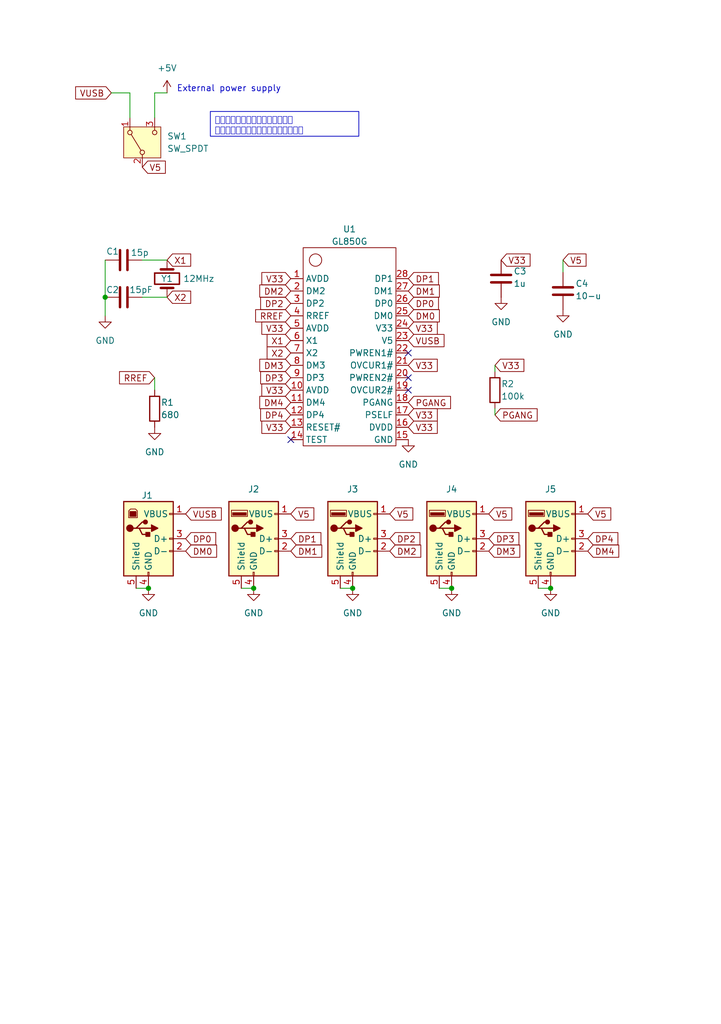
<source format=kicad_sch>
(kicad_sch (version 20250114) (generator "eeschema") (generator_version "9.0")
  (paper "A5" portrait)
  (lib_symbols
    (symbol "0Ore:GL850G"
      (property "Reference" "U" (at 0 0 0))
      (symbol "GL850G_0_1"
        (rectangle (start -10.16 41.91) (end 8.89 1.27))
        (circle (center -7.62 39.37) (radius 1.27))
      )
      (symbol "GL850G_1_1"
        (pin input line (at -12.7 35.56 0) (length 2.54) (name "AVDD") (number "1"))
        (pin input line (at -12.7 33.02 0) (length 2.54) (name "DM2") (number "2"))
        (pin input line (at -12.7 30.48 0) (length 2.54) (name "DP2") (number "3"))
        (pin input line (at -12.7 27.94 0) (length 2.54) (name "RREF") (number "4"))
        (pin input line (at -12.7 25.4 0) (length 2.54) (name "AVDD") (number "5"))
        (pin input line (at -12.7 22.86 0) (length 2.54) (name "X1") (number "6"))
        (pin input line (at -12.7 20.32 0) (length 2.54) (name "X2") (number "7"))
        (pin input line (at -12.7 17.78 0) (length 2.54) (name "DM3") (number "8"))
        (pin input line (at -12.7 15.24 0) (length 2.54) (name "DP3") (number "9"))
        (pin input line (at -12.7 12.7 0) (length 2.54) (name "AVDD") (number "10"))
        (pin input line (at -12.7 10.16 0) (length 2.54) (name "DM4") (number "11"))
        (pin input line (at -12.7 7.62 0) (length 2.54) (name "DP4") (number "12"))
        (pin input line (at -12.7 5.08 0) (length 2.54) (name "RESET#") (number "13"))
        (pin input line (at -12.7 2.54 0) (length 2.54) (name "TEST") (number "14"))
        (pin input line (at 11.43 35.56 180) (length 2.54) (name "DP1") (number "28"))
        (pin input line (at 11.43 33.02 180) (length 2.54) (name "DM1") (number "27"))
        (pin input line (at 11.43 30.48 180) (length 2.54) (name "DP0") (number "26"))
        (pin input line (at 11.43 27.94 180) (length 2.54) (name "DM0") (number "25"))
        (pin input line (at 11.43 25.4 180) (length 2.54) (name "V33") (number "24"))
        (pin input line (at 11.43 22.86 180) (length 2.54) (name "V5") (number "23"))
        (pin input line (at 11.43 20.32 180) (length 2.54) (name "PWREN1#") (number "22"))
        (pin input line (at 11.43 17.78 180) (length 2.54) (name "OVCUR1#") (number "21"))
        (pin input line (at 11.43 15.24 180) (length 2.54) (name "PWREN2#") (number "20"))
        (pin input line (at 11.43 12.7 180) (length 2.54) (name "OVCUR2#") (number "19"))
        (pin input line (at 11.43 10.16 180) (length 2.54) (name "PGANG") (number "18"))
        (pin input line (at 11.43 7.62 180) (length 2.54) (name "PSELF") (number "17"))
        (pin input line (at 11.43 5.08 180) (length 2.54) (name "DVDD") (number "16"))
        (pin input line (at 11.43 2.54 180) (length 2.54) (name "GND") (number "15"))
      )
    )
    (symbol "Connector:USB_A" (pin_names (offset 1.016))
      (property "Reference" "J" (at -5.08 11.43 0))
      (property "Value" "USB_A" (at -5.08 8.89 0))
      (symbol "USB_A_0_1"
        (rectangle (start -5.08 -7.62) (end 5.08 7.62) (stroke (width 0.254)) (fill (type background)))
        (circle (center -3.81 2.159) (radius 0.635) (stroke (width 0.254)) (fill (type outline)))
        (polyline (pts (xy -3.175 2.159) (xy -2.54 2.159) (xy -1.27 3.429) (xy -0.635 3.429)) (stroke (width 0.254)))
        (polyline (pts (xy -2.54 2.159) (xy -1.905 2.159) (xy -1.27 0.889) (xy 0 0.889)) (stroke (width 0.254)))
        (rectangle (start -1.524 4.826) (end -4.318 5.334) (fill (type outline)))
        (rectangle (start -1.27 4.572) (end -4.572 5.842))
        (circle (center -0.635 3.429) (radius 0.381) (stroke (width 0.254)) (fill (type outline)))
        (rectangle (start -0.127 -7.62) (end 0.127 -6.858))
        (rectangle (start 0.254 1.27) (end -0.508 0.508) (stroke (width 0.254)) (fill (type outline)))
        (polyline (pts (xy 0.635 2.794) (xy 0.635 1.524) (xy 1.905 2.159) (xy 0.635 2.794)) (stroke (width 0.254)) (fill (type outline)))
        (rectangle (start 5.08 4.953) (end 4.318 5.207))
        (rectangle (start 5.08 -0.127) (end 4.318 0.127))
        (rectangle (start 5.08 -2.667) (end 4.318 -2.413))
      )
      (symbol "USB_A_1_1"
        (polyline (pts (xy -1.905 2.159) (xy 0.635 2.159)) (stroke (width 0.254)))
        (pin passive line (at -2.54 -10.16 90) (length 2.54) (name "Shield") (number "5"))
        (pin power_in line (at 0 -10.16 90) (length 2.54) (name "GND") (number "4"))
        (pin power_in line (at 7.62 5.08 180) (length 2.54) (name "VBUS") (number "1"))
        (pin bidirectional line (at 7.62 0 180) (length 2.54) (name "D+") (number "3"))
        (pin bidirectional line (at 7.62 -2.54 180) (length 2.54) (name "D-") (number "2"))
      )
    )
    (symbol "Connector:USB_B" (pin_names (offset 1.016))
      (property "Reference" "J" (at -5.08 11.43 0))
      (property "Value" "USB_B" (at -5.08 8.89 0))
      (symbol "USB_B_0_1"
        (rectangle (start -5.08 -7.62) (end 5.08 7.62) (stroke (width 0.254)) (fill (type background)))
        (polyline (pts (xy -4.064 4.318) (xy -2.286 4.318) (xy -2.286 5.715) (xy -2.667 6.096) (xy -3.683 6.096) (xy -4.064 5.715) (xy -4.064 4.318)))
        (rectangle (start -3.81 5.588) (end -2.54 4.572) (fill (type outline)))
        (circle (center -3.81 2.159) (radius 0.635) (stroke (width 0.254)) (fill (type outline)))
        (polyline (pts (xy -3.175 2.159) (xy -2.54 2.159) (xy -1.27 3.429) (xy -0.635 3.429)) (stroke (width 0.254)))
        (polyline (pts (xy -2.54 2.159) (xy -1.905 2.159) (xy -1.27 0.889) (xy 0 0.889)) (stroke (width 0.254)))
        (polyline (pts (xy -1.905 2.159) (xy 0.635 2.159)) (stroke (width 0.254)))
        (circle (center -0.635 3.429) (radius 0.381) (stroke (width 0.254)) (fill (type outline)))
        (rectangle (start -0.127 -7.62) (end 0.127 -6.858))
        (rectangle (start 0.254 1.27) (end -0.508 0.508) (stroke (width 0.254)) (fill (type outline)))
        (polyline (pts (xy 0.635 2.794) (xy 0.635 1.524) (xy 1.905 2.159) (xy 0.635 2.794)) (stroke (width 0.254)) (fill (type outline)))
        (rectangle (start 5.08 4.953) (end 4.318 5.207))
        (rectangle (start 5.08 -0.127) (end 4.318 0.127))
        (rectangle (start 5.08 -2.667) (end 4.318 -2.413))
      )
      (symbol "USB_B_1_1"
        (pin passive line (at -2.54 -10.16 90) (length 2.54) (name "Shield") (number "5"))
        (pin power_out line (at 0 -10.16 90) (length 2.54) (name "GND") (number "4"))
        (pin power_out line (at 7.62 5.08 180) (length 2.54) (name "VBUS") (number "1"))
        (pin bidirectional line (at 7.62 0 180) (length 2.54) (name "D+") (number "3"))
        (pin bidirectional line (at 7.62 -2.54 180) (length 2.54) (name "D-") (number "2"))
      )
    )
    (symbol "Device:C" (pin_numbers (hide yes)) (pin_names (offset 0.254))
      (property "Reference" "C" (at 0.635 2.54 0))
      (property "Value" "C" (at 0.635 -2.54 0))
      (symbol "C_0_1"
        (polyline (pts (xy -2.032 0.762) (xy 2.032 0.762)) (stroke (width 0.508)))
        (polyline (pts (xy -2.032 -0.762) (xy 2.032 -0.762)) (stroke (width 0.508)))
      )
      (symbol "C_1_1"
        (pin passive line (at 0 3.81 270) (length 2.794) (name "~") (number "1"))
        (pin passive line (at 0 -3.81 90) (length 2.794) (name "~") (number "2"))
      )
    )
    (symbol "Device:Crystal" (pin_numbers (hide yes)) (pin_names (offset 1.016) (hide yes))
      (property "Reference" "Y" (at 0 3.81 0))
      (property "Value" "Crystal" (at 0 -3.81 0))
      (symbol "Crystal_0_1"
        (polyline (pts (xy -2.54 0) (xy -1.905 0)))
        (polyline (pts (xy -1.905 -1.27) (xy -1.905 1.27)) (stroke (width 0.508)))
        (rectangle (start -1.143 2.54) (end 1.143 -2.54) (stroke (width 0.3048)))
        (polyline (pts (xy 1.905 -1.27) (xy 1.905 1.27)) (stroke (width 0.508)))
        (polyline (pts (xy 2.54 0) (xy 1.905 0)))
      )
      (symbol "Crystal_1_1"
        (pin passive line (at -3.81 0 0) (length 1.27) (name "1") (number "1"))
        (pin passive line (at 3.81 0 180) (length 1.27) (name "2") (number "2"))
      )
    )
    (symbol "Device:R" (pin_numbers (hide yes)) (pin_names (offset 0))
      (property "Reference" "R" (at 2.032 0 90))
      (property "Value" "R" (at 0 0 90))
      (symbol "R_0_1"
        (rectangle (start -1.016 -2.54) (end 1.016 2.54) (stroke (width 0.254)))
      )
      (symbol "R_1_1"
        (pin passive line (at 0 3.81 270) (length 1.27) (name "~") (number "1"))
        (pin passive line (at 0 -3.81 90) (length 1.27) (name "~") (number "2"))
      )
    )
    (symbol "GND_1" (power) (pin_numbers (hide yes)) (pin_names (offset 0) (hide yes))
      (property "Value" "GND" (at 0 -3.81 0))
      (symbol "GND_1_0_1"
        (polyline (pts (xy 0 0) (xy 0 -1.27) (xy 1.27 -1.27) (xy 0 -2.54) (xy -1.27 -1.27) (xy 0 -1.27)))
      )
      (symbol "GND_1_1_1"
        (pin power_in line (at 0 0 270) (length 0) (name "~") (number "1"))
      )
    )
    (symbol "Switch:SW_SPDT" (pin_names (offset 0) (hide yes))
      (property "Reference" "SW" (at 0 5.08 0))
      (property "Value" "SW_SPDT" (at 0 -5.08 0))
      (symbol "SW_SPDT_0_1"
        (circle (center -2.032 0) (radius 0.4572))
        (polyline (pts (xy -1.651 0.254) (xy 1.651 2.286)))
        (circle (center 2.032 2.54) (radius 0.4572))
        (circle (center 2.032 -2.54) (radius 0.4572))
      )
      (symbol "SW_SPDT_1_1"
        (rectangle (start -3.175 3.81) (end 3.175 -3.81) (fill (type background)))
        (pin passive line (at -5.08 0 0) (length 2.54) (name "B") (number "2"))
        (pin passive line (at 5.08 2.54 180) (length 2.54) (name "A") (number "1"))
        (pin passive line (at 5.08 -2.54 180) (length 2.54) (name "C") (number "3"))
      )
    )
    (symbol "power:+5V" (power) (pin_numbers (hide yes)) (pin_names (offset 0) (hide yes))
      (property "Value" "+5V" (at 0 3.556 0))
      (symbol "+5V_0_1"
        (polyline (pts (xy -0.762 1.27) (xy 0 2.54)))
        (polyline (pts (xy 0 2.54) (xy 0.762 1.27)))
        (polyline (pts (xy 0 0) (xy 0 2.54)))
      )
      (symbol "+5V_1_1"
        (pin power_in line (at 0 0 90) (length 0) (name "~") (number "1"))
      )
    )
    (symbol "power:GND" (power) (pin_names (offset 0))
      (property "Value" "GND" (at 0 -3.81 0))
      (symbol "GND_0_1"
        (polyline (pts (xy 0 0) (xy 0 -1.27) (xy 1.27 -1.27) (xy 0 -2.54) (xy -1.27 -1.27) (xy 0 -1.27)))
      )
      (symbol "GND_1_1"
        (pin power_in line (at 0 0 270) (length 0) (hide yes) (name "GND") (number "1"))
      )
    )
  )
  (text "External power supply" (at 46.99 18.288 0) (effects (font (size 1.27 1.27))))
  (text_box "実際にはスイッチではなくて単に\nターミナルに使いたい方を差すだけ。" (at 43.18 22.86 0) (size 30.48 5.08) (margins 0.9525 0.9525 0.9525 0.9525) (effects (font (size 1.27 1.27)) (justify left top)))
  (junction (at 30.48 120.65))
  (junction (at 113.03 120.65))
  (junction (at 21.59 60.96))
  (junction (at 52.07 120.65))
  (junction (at 92.71 120.65))
  (junction (at 72.39 120.65))
  (no_connect (at 83.82 80.01))
  (no_connect (at 83.82 72.39))
  (no_connect (at 83.82 77.47))
  (no_connect (at 59.69 90.17))
  (wire (pts (xy 29.21 60.96) (xy 34.29 60.96)))
  (wire (pts (xy 21.59 53.34) (xy 21.59 60.96)))
  (wire (pts (xy 27.94 120.65) (xy 30.48 120.65)))
  (wire (pts (xy 22.86 19.05) (xy 26.67 19.05)))
  (wire (pts (xy 31.75 80.01) (xy 31.75 77.47)))
  (wire (pts (xy 90.17 120.65) (xy 92.71 120.65)))
  (wire (pts (xy 29.21 53.34) (xy 34.29 53.34)))
  (wire (pts (xy 21.59 60.96) (xy 21.59 64.77)))
  (wire (pts (xy 101.6 74.93) (xy 101.6 76.2)))
  (wire (pts (xy 34.29 19.05) (xy 31.75 19.05)))
  (wire (pts (xy 101.6 83.82) (xy 101.6 85.09)))
  (wire (pts (xy 31.75 19.05) (xy 31.75 24.13)))
  (wire (pts (xy 69.85 120.65) (xy 72.39 120.65)))
  (wire (pts (xy 115.57 53.34) (xy 115.57 55.88)))
  (wire (pts (xy 110.49 120.65) (xy 113.03 120.65)))
  (wire (pts (xy 26.67 19.05) (xy 26.67 24.13)))
  (wire (pts (xy 49.53 120.65) (xy 52.07 120.65)))
  (global_label "RREF" (shape input) (at 59.69 64.77 180) (property "Intersheetrefs" "${INTERSHEET_REFS}" (effects (hide yes))))
  (global_label "V5" (shape input) (at 29.21 34.29 0) (property "Intersheetrefs" "${INTERSHEET_REFS}" (effects (hide yes))))
  (global_label "X1" (shape input) (at 59.69 69.85 180) (property "Intersheetrefs" "${INTERSHEET_REFS}" (effects (hide yes))))
  (global_label "PGANG" (shape input) (at 101.6 85.09 0) (property "Intersheetrefs" "${INTERSHEET_REFS}" (effects (hide yes))))
  (global_label "DP3" (shape input) (at 59.69 77.47 180) (property "Intersheetrefs" "${INTERSHEET_REFS}" (effects (hide yes))))
  (global_label "V33" (shape input) (at 59.69 67.31 180) (property "Intersheetrefs" "${INTERSHEET_REFS}" (effects (hide yes))))
  (global_label "DM2" (shape input) (at 59.69 59.69 180) (property "Intersheetrefs" "${INTERSHEET_REFS}" (effects (hide yes))))
  (global_label "DM4" (shape input) (at 59.69 82.55 180) (property "Intersheetrefs" "${INTERSHEET_REFS}" (effects (hide yes))))
  (global_label "V5" (shape input) (at 59.69 105.41 0) (property "Intersheetrefs" "${INTERSHEET_REFS}" (effects (hide yes))))
  (global_label "VUSB" (shape input) (at 38.1 105.41 0) (property "Intersheetrefs" "${INTERSHEET_REFS}" (effects (hide yes))))
  (global_label "VUSB" (shape input) (at 83.82 69.85 0) (property "Intersheetrefs" "${INTERSHEET_REFS}" (effects (hide yes))))
  (global_label "DM1" (shape input) (at 59.69 113.03 0) (property "Intersheetrefs" "${INTERSHEET_REFS}" (effects (hide yes))))
  (global_label "DP4" (shape input) (at 120.65 110.49 0) (property "Intersheetrefs" "${INTERSHEET_REFS}" (effects (hide yes))))
  (global_label "X1" (shape input) (at 34.29 53.34 0) (property "Intersheetrefs" "${INTERSHEET_REFS}" (effects (hide yes))))
  (global_label "V33" (shape input) (at 83.82 67.31 0) (property "Intersheetrefs" "${INTERSHEET_REFS}" (effects (hide yes))))
  (global_label "PGANG" (shape input) (at 83.82 82.55 0) (property "Intersheetrefs" "${INTERSHEET_REFS}" (effects (hide yes))))
  (global_label "V33" (shape input) (at 102.87 53.34 0) (property "Intersheetrefs" "${INTERSHEET_REFS}" (effects (hide yes))))
  (global_label "DP1" (shape input) (at 83.82 57.15 0) (property "Intersheetrefs" "${INTERSHEET_REFS}" (effects (hide yes))))
  (global_label "X2" (shape input) (at 34.29 60.96 0) (property "Intersheetrefs" "${INTERSHEET_REFS}" (effects (hide yes))))
  (global_label "VUSB" (shape input) (at 22.86 19.05 180) (property "Intersheetrefs" "${INTERSHEET_REFS}" (effects (hide yes))))
  (global_label "DP2" (shape input) (at 80.01 110.49 0) (property "Intersheetrefs" "${INTERSHEET_REFS}" (effects (hide yes))))
  (global_label "DM4" (shape input) (at 120.65 113.03 0) (property "Intersheetrefs" "${INTERSHEET_REFS}" (effects (hide yes))))
  (global_label "V33" (shape input) (at 83.82 85.09 0) (property "Intersheetrefs" "${INTERSHEET_REFS}" (effects (hide yes))))
  (global_label "V33" (shape input) (at 59.69 57.15 180) (property "Intersheetrefs" "${INTERSHEET_REFS}" (effects (hide yes))))
  (global_label "DM3" (shape input) (at 59.69 74.93 180) (property "Intersheetrefs" "${INTERSHEET_REFS}" (effects (hide yes))))
  (global_label "V33" (shape input) (at 83.82 87.63 0) (property "Intersheetrefs" "${INTERSHEET_REFS}" (effects (hide yes))))
  (global_label "DP0" (shape input) (at 38.1 110.49 0) (property "Intersheetrefs" "${INTERSHEET_REFS}" (effects (hide yes))))
  (global_label "V33" (shape input) (at 101.6 74.93 0) (property "Intersheetrefs" "${INTERSHEET_REFS}" (effects (hide yes))))
  (global_label "V33" (shape input) (at 59.69 80.01 180) (property "Intersheetrefs" "${INTERSHEET_REFS}" (effects (hide yes))))
  (global_label "V5" (shape input) (at 80.01 105.41 0) (property "Intersheetrefs" "${INTERSHEET_REFS}" (effects (hide yes))))
  (global_label "DM0" (shape input) (at 83.82 64.77 0) (property "Intersheetrefs" "${INTERSHEET_REFS}" (effects (hide yes))))
  (global_label "DM0" (shape input) (at 38.1 113.03 0) (property "Intersheetrefs" "${INTERSHEET_REFS}" (effects (hide yes))))
  (global_label "DP0" (shape input) (at 83.82 62.23 0) (property "Intersheetrefs" "${INTERSHEET_REFS}" (effects (hide yes))))
  (global_label "V33" (shape input) (at 59.69 87.63 180) (property "Intersheetrefs" "${INTERSHEET_REFS}" (effects (hide yes))))
  (global_label "RREF" (shape input) (at 31.75 77.47 180) (property "Intersheetrefs" "${INTERSHEET_REFS}" (effects (hide yes))))
  (global_label "V33" (shape input) (at 83.82 74.93 0) (property "Intersheetrefs" "${INTERSHEET_REFS}" (effects (hide yes))))
  (global_label "DP1" (shape input) (at 59.69 110.49 0) (property "Intersheetrefs" "${INTERSHEET_REFS}" (effects (hide yes))))
  (global_label "DM3" (shape input) (at 100.33 113.03 0) (property "Intersheetrefs" "${INTERSHEET_REFS}" (effects (hide yes))))
  (global_label "V5" (shape input) (at 115.57 53.34 0) (property "Intersheetrefs" "${INTERSHEET_REFS}" (effects (hide yes))))
  (global_label "DP3" (shape input) (at 100.33 110.49 0) (property "Intersheetrefs" "${INTERSHEET_REFS}" (effects (hide yes))))
  (global_label "DP4" (shape input) (at 59.69 85.09 180) (property "Intersheetrefs" "${INTERSHEET_REFS}" (effects (hide yes))))
  (global_label "DM1" (shape input) (at 83.82 59.69 0) (property "Intersheetrefs" "${INTERSHEET_REFS}" (effects (hide yes))))
  (global_label "DP2" (shape input) (at 59.69 62.23 180) (property "Intersheetrefs" "${INTERSHEET_REFS}" (effects (hide yes))))
  (global_label "V5" (shape input) (at 120.65 105.41 0) (property "Intersheetrefs" "${INTERSHEET_REFS}" (effects (hide yes))))
  (global_label "DM2" (shape input) (at 80.01 113.03 0) (property "Intersheetrefs" "${INTERSHEET_REFS}" (effects (hide yes))))
  (global_label "X2" (shape input) (at 59.69 72.39 180) (property "Intersheetrefs" "${INTERSHEET_REFS}" (effects (hide yes))))
  (global_label "V5" (shape input) (at 100.33 105.41 0) (property "Intersheetrefs" "${INTERSHEET_REFS}" (effects (hide yes))))
  (symbol (lib_id "Connector:USB_B") (at 30.48 110.49 0) (unit 1)
    (property "Reference" "J1" (at 30.226 101.6 0))
    (property "Value" "USB_B Female connector" (effects (hide yes)))
    (property "Datasheet" " ~" (effects (hide yes)))
  )
  (symbol (lib_id "Connector:USB_A") (at 92.71 110.49 0) (unit 1)
    (property "Reference" "J4" (at 92.71 100.33 0))
    (property "Value" "USB_A femele connector" (effects (hide yes)))
    (property "Datasheet" " ~" (effects (hide yes)))
  )
  (symbol (lib_id "Device:Crystal") (at 34.29 57.15 90) (unit 1)
    (property "Reference" "Y1" (at 33.02 57.15 90) (effects (justify right)))
    (property "Value" "12MHz" (at 37.592 57.15 90) (effects (justify right)))
  )
  (symbol (lib_id "power:GND") (at 52.07 120.65 0) (unit 1)
    (property "Reference" "#PWR04" (effects (hide yes)))
    (property "Value" "GND" (at 52.07 125.73 0))
  )
  (symbol (lib_id "Device:R") (at 31.75 83.82 0) (unit 1)
    (property "Reference" "R1" (at 33.02 82.55 0) (effects (justify left)))
    (property "Value" "680" (at 33.02 85.09 0) (effects (justify left)))
    (property "Description" "Resistor" (effects (hide yes)))
  )
  (symbol (lib_id "power:GND") (at 31.75 87.63 0) (unit 1)
    (property "Reference" "#PWR03" (effects (hide yes)))
    (property "Value" "GND" (at 31.75 92.71 0))
  )
  (symbol (lib_id "Device:C") (at 102.87 57.15 0) (unit 1)
    (property "Reference" "C3" (at 105.41 55.626 0) (effects (justify left)))
    (property "Value" "1u" (at 105.41 58.166 0) (effects (justify left)))
    (property "Description" "Unpolarized capacitor" (effects (hide yes)))
  )
  (symbol (lib_id "Switch:SW_SPDT") (at 29.21 29.21 90) (unit 1)
    (property "Reference" "SW1" (at 34.29 27.9399 90) (effects (justify right)))
    (property "Value" "SW_SPDT" (at 34.29 30.4799 90) (effects (justify right)))
    (property "Description" "Switch, single pole double throw" (effects (hide yes)))
  )
  (symbol (lib_id "power:GND") (at 21.59 64.77 0) (unit 1)
    (property "Reference" "#PWR01" (effects (hide yes)))
    (property "Value" "GND" (at 21.59 69.85 0))
  )
  (symbol (lib_id "Device:R") (at 101.6 80.01 0) (unit 1)
    (property "Reference" "R2" (at 102.87 78.74 0) (effects (justify left)))
    (property "Value" "100k" (at 102.87 81.28 0) (effects (justify left)))
    (property "Description" "Resistor" (effects (hide yes)))
  )
  (symbol (lib_id "Device:C") (at 25.4 60.96 90) (unit 1)
    (property "Reference" "C2" (at 23.114 59.436 90))
    (property "Value" "15pF" (at 28.956 59.436 90))
  )
  (symbol (lib_id "Connector:USB_A") (at 113.03 110.49 0) (unit 1)
    (property "Reference" "J5" (at 113.03 100.33 0))
    (property "Value" "USB_A femele connector" (effects (hide yes)))
    (property "Datasheet" " ~" (effects (hide yes)))
  )
  (symbol (lib_id "Device:C") (at 25.4 53.34 90) (unit 1)
    (property "Reference" "C1" (at 23.114 51.562 90))
    (property "Value" "15p" (at 28.702 51.816 90))
  )
  (symbol (lib_id "Connector:USB_A") (at 52.07 110.49 0) (unit 1)
    (property "Reference" "J2" (at 52.07 100.33 0))
    (property "Value" "USB_A femele connector" (effects (hide yes)))
    (property "Datasheet" " ~" (effects (hide yes)))
  )
  (symbol (lib_id "Device:C") (at 115.57 59.69 0) (unit 1)
    (property "Reference" "C4" (at 118.11 58.166 0) (effects (justify left)))
    (property "Value" "10-u" (at 118.11 60.706 0) (effects (justify left)))
    (property "Description" "Unpolarized capacitor" (effects (hide yes)))
  )
  (symbol (lib_id "power:GND") (at 30.48 120.65 0) (unit 1)
    (property "Reference" "#PWR02" (effects (hide yes)))
    (property "Value" "GND" (at 30.48 125.73 0))
  )
  (symbol (lib_id "power:GND") (at 113.03 120.65 0) (unit 1)
    (property "Reference" "#PWR010" (effects (hide yes)))
    (property "Value" "GND" (at 113.03 125.73 0))
  )
  (symbol (lib_id "power:+5V") (at 34.29 19.05 0) (unit 1)
    (property "Reference" "#PWR012" (effects (hide yes)))
    (property "Value" "+5V" (at 34.29 13.97 0))
    (property "Description" "Power symbol creates a global label with name \"+5V\"" (effects (hide yes)))
  )
  (symbol (lib_name "GND_1") (lib_id "power:GND") (at 115.57 63.5 0) (unit 1)
    (property "Reference" "#PWR011" (effects (hide yes)))
    (property "Value" "GND" (at 115.57 68.58 0))
    (property "Description" "Power symbol creates a global label with name \"GND\" , ground" (effects (hide yes)))
  )
  (symbol (lib_id "0Ore:GL850G") (at 72.39 92.71 0) (unit 1)
    (property "Reference" "U1" (at 71.755 46.99 0))
    (property "Value" "GL850G" (at 71.755 49.53 0))
  )
  (symbol (lib_id "Connector:USB_A") (at 72.39 110.49 0) (unit 1)
    (property "Reference" "J3" (at 72.39 100.33 0))
    (property "Value" "USB_A femele connector" (effects (hide yes)))
    (property "Datasheet" " ~" (effects (hide yes)))
  )
  (symbol (lib_name "GND_1") (lib_id "power:GND") (at 83.82 90.17 0) (unit 1)
    (property "Reference" "#PWR06" (effects (hide yes)))
    (property "Value" "GND" (at 83.82 95.25 0))
    (property "Description" "Power symbol creates a global label with name \"GND\" , ground" (effects (hide yes)))
  )
  (symbol (lib_name "GND_1") (lib_id "power:GND") (at 102.87 60.96 0) (unit 1)
    (property "Reference" "#PWR09" (effects (hide yes)))
    (property "Value" "GND" (at 102.87 66.04 0))
    (property "Description" "Power symbol creates a global label with name \"GND\" , ground" (effects (hide yes)))
  )
  (symbol (lib_id "power:GND") (at 72.39 120.65 0) (unit 1)
    (property "Reference" "#PWR05" (effects (hide yes)))
    (property "Value" "GND" (at 72.39 125.73 0))
  )
  (symbol (lib_id "power:GND") (at 92.71 120.65 0) (unit 1)
    (property "Reference" "#PWR08" (effects (hide yes)))
    (property "Value" "GND" (at 92.71 125.73 0))
  )
)
</source>
